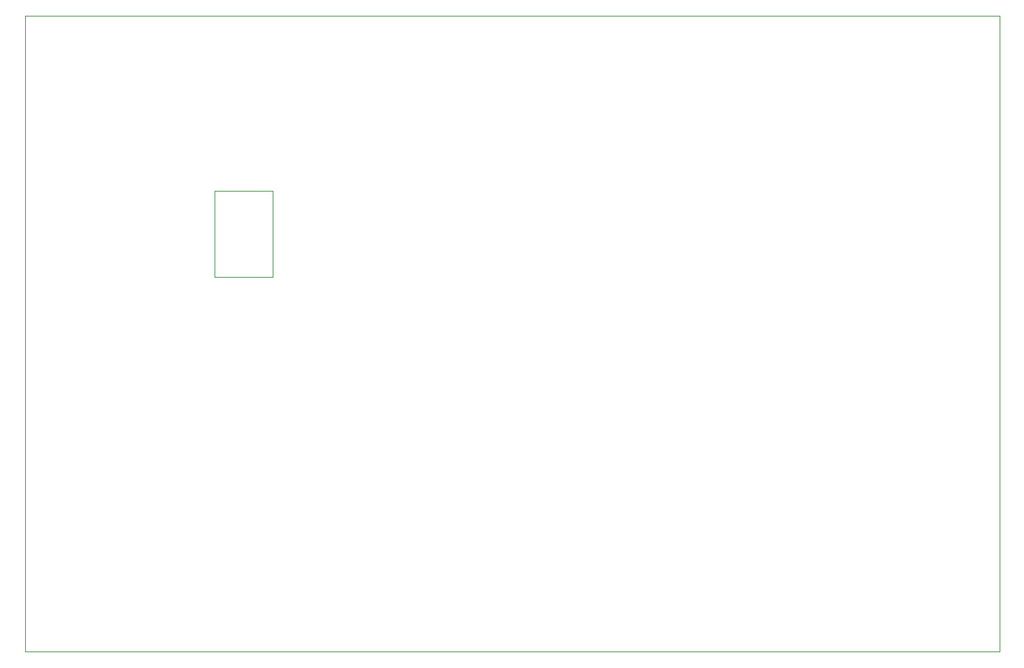
<source format=gm1>
G04 #@! TF.GenerationSoftware,KiCad,Pcbnew,(7.0.0-0)*
G04 #@! TF.CreationDate,2023-12-24T21:03:28+08:00*
G04 #@! TF.ProjectId,Arduino Shield,41726475-696e-46f2-9053-6869656c642e,rev?*
G04 #@! TF.SameCoordinates,Original*
G04 #@! TF.FileFunction,Profile,NP*
%FSLAX46Y46*%
G04 Gerber Fmt 4.6, Leading zero omitted, Abs format (unit mm)*
G04 Created by KiCad (PCBNEW (7.0.0-0)) date 2023-12-24 21:03:28*
%MOMM*%
%LPD*%
G01*
G04 APERTURE LIST*
G04 #@! TA.AperFunction,Profile*
%ADD10C,0.100000*%
G04 #@! TD*
G04 APERTURE END LIST*
D10*
X42418000Y-40640000D02*
X49276000Y-40640000D01*
X49276000Y-40640000D02*
X49276000Y-50800000D01*
X49276000Y-50800000D02*
X42418000Y-50800000D01*
X42418000Y-50800000D02*
X42418000Y-40640000D01*
X20000000Y-20000000D02*
X135000000Y-20000000D01*
X135000000Y-20000000D02*
X135000000Y-95000000D01*
X135000000Y-95000000D02*
X20000000Y-95000000D01*
X20000000Y-95000000D02*
X20000000Y-20000000D01*
M02*

</source>
